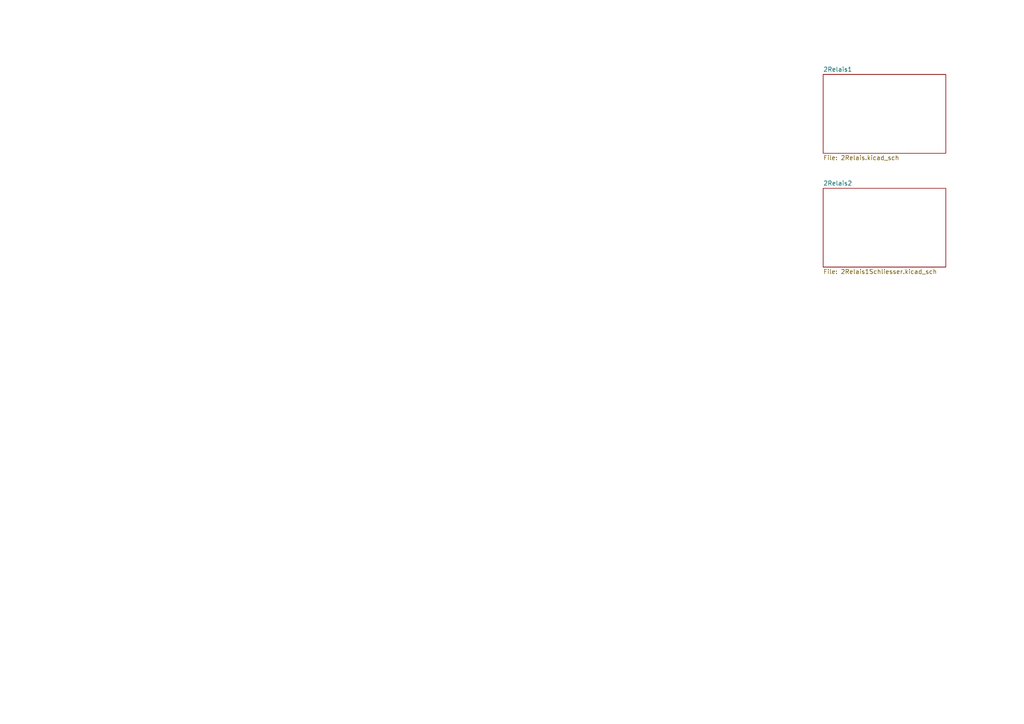
<source format=kicad_sch>
(kicad_sch (version 20211123) (generator eeschema)
  (paper "A4")
  (title_block (title "Relais bis 50V 2A") (date "2022-02-25"))
  (lib_symbols)
  (sheet (at 238.76 54.61) (size 35.56 22.86) (stroke (width 0.1524))
    (property "Sheet name" "2Relais2" (at 238.76 53.8984 0) (effects (justify left bottom)))
    (property "Sheet file" "2Relais1Schliesser.kicad_sch" (at 238.76 78.0546 0) (effects (justify left top)))
  )
  (sheet (at 238.76 21.59) (size 35.56 22.86) (stroke (width 0.1524))
    (property "Sheet name" "2Relais1" (at 238.76 20.8784 0) (effects (justify left bottom)))
    (property "Sheet file" "2Relais.kicad_sch" (at 238.76 45.0346 0) (effects (justify left top)))
  )
)
</source>
